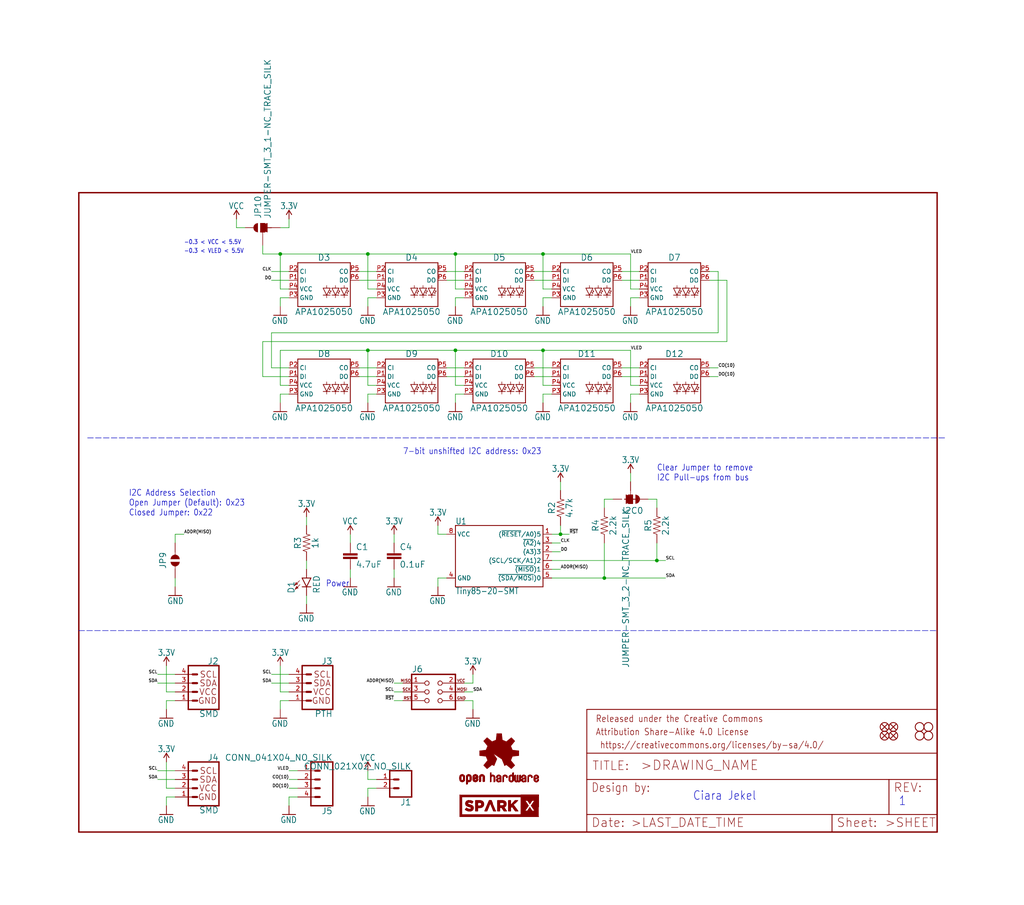
<source format=kicad_sch>
(kicad_sch (version 20211123) (generator eeschema)
  (paper "User" 297.002 262.458)
  (lib_symbols
    (symbol "eagleSchem-eagle-import:0.1UF-0603-25V-(+80{slash}-20%)"
      (property "Reference" "C" (at 1.524 2.921 0))
      (property "Value" "0.1UF-0603-25V-(+80{slash}-20%)" (at 1.524 -2.159 0))
      (symbol "0.1UF-0603-25V-(+80{slash}-20%)_1_0"
        (pin passive line (at 0 5.08 270) (length 2.54) (name "1") (number "1"))
        (pin passive line (at 0 -2.54 90) (length 2.54) (name "2") (number "2"))
      )
    )
    (symbol "eagleSchem-eagle-import:1KOHM-0603-1{slash}10W-1%"
      (property "Reference" "R" (at 0 1.524 0))
      (property "Value" "1KOHM-0603-1{slash}10W-1%" (at 0 -1.524 0))
      (symbol "1KOHM-0603-1{slash}10W-1%_1_0"
        (pin passive line (at -5.08 0 0) (length 2.54) (name "1") (number "1"))
        (pin passive line (at 5.08 0 180) (length 2.54) (name "2") (number "2"))
      )
    )
    (symbol "eagleSchem-eagle-import:2.2KOHM-0603-1{slash}10W-1%"
      (property "Reference" "R" (at 0 1.524 0))
      (property "Value" "2.2KOHM-0603-1{slash}10W-1%" (at 0 -1.524 0))
      (symbol "2.2KOHM-0603-1{slash}10W-1%_1_0"
        (pin passive line (at -5.08 0 0) (length 2.54) (name "1") (number "1"))
        (pin passive line (at 5.08 0 180) (length 2.54) (name "2") (number "2"))
      )
    )
    (symbol "eagleSchem-eagle-import:3.3V" (power)
      (property "Value" "3.3V" (at 0 2.794 0))
      (symbol "3.3V_1_0"
        (pin power_in line (at 0 0 90) (length 2.54) (name "3.3V") (number "1"))
      )
    )
    (symbol "eagleSchem-eagle-import:4.7KOHM-0603-1{slash}10W-1%"
      (property "Reference" "R" (at 0 1.524 0))
      (property "Value" "4.7KOHM-0603-1{slash}10W-1%" (at 0 -1.524 0))
      (symbol "4.7KOHM-0603-1{slash}10W-1%_1_0"
        (pin passive line (at -5.08 0 0) (length 2.54) (name "1") (number "1"))
        (pin passive line (at 5.08 0 180) (length 2.54) (name "2") (number "2"))
      )
    )
    (symbol "eagleSchem-eagle-import:4.7UF-0603-6.3V-(10%)"
      (property "Reference" "C" (at 1.524 2.921 0))
      (property "Value" "4.7UF-0603-6.3V-(10%)" (at 1.524 -2.159 0))
      (symbol "4.7UF-0603-6.3V-(10%)_1_0"
        (pin passive line (at 0 5.08 270) (length 2.54) (name "1") (number "1"))
        (pin passive line (at 0 -2.54 90) (length 2.54) (name "2") (number "2"))
      )
    )
    (symbol "eagleSchem-eagle-import:APA1025050"
      (property "Reference" "D" (at 0 5.588 0))
      (property "Value" "APA1025050" (at 0 -10.16 0))
      (symbol "APA1025050_1_0"
        (pin bidirectional line (at -10.16 0 0) (length 2.54) (name "DI") (number "P1"))
        (pin bidirectional line (at -10.16 2.54 0) (length 2.54) (name "CI") (number "P2"))
        (pin bidirectional line (at -10.16 -5.08 0) (length 2.54) (name "GND") (number "P3"))
        (pin bidirectional line (at -10.16 -2.54 0) (length 2.54) (name "VCC") (number "P4"))
        (pin bidirectional line (at 10.16 2.54 180) (length 2.54) (name "CO") (number "P5"))
        (pin bidirectional line (at 10.16 0 180) (length 2.54) (name "DO") (number "P6"))
      )
    )
    (symbol "eagleSchem-eagle-import:ATTINY85-ARDUINOTINY85-20-SMT"
      (property "Reference" "U" (at -12.7 10.414 0))
      (property "Value" "ATTINY85-ARDUINOTINY85-20-SMT" (at -12.7 -7.874 0))
      (symbol "ATTINY85-ARDUINOTINY85-20-SMT_1_0"
        (pin bidirectional line (at 15.24 7.62 180) (length 2.54) (name "(~{RESET}/A0)5") (number "1"))
        (pin bidirectional line (at 15.24 2.54 180) (length 2.54) (name "(A3)3") (number "2"))
        (pin bidirectional line (at 15.24 5.08 180) (length 2.54) (name "~{(A2})4") (number "3"))
        (pin bidirectional line (at -15.24 -5.08 0) (length 2.54) (name "GND") (number "4"))
        (pin bidirectional line (at 15.24 -5.08 180) (length 2.54) (name "~{(SDA/MOSI})0") (number "5"))
        (pin bidirectional line (at 15.24 -2.54 180) (length 2.54) (name "~{(MISO})1") (number "6"))
        (pin bidirectional line (at 15.24 0 180) (length 2.54) (name "(SCL/SCK/A1)2") (number "7"))
        (pin bidirectional line (at -15.24 7.62 0) (length 2.54) (name "VCC") (number "8"))
      )
    )
    (symbol "eagleSchem-eagle-import:AVR_SPI_PROG_3X2TESTPOINTS"
      (property "Reference" "J" (at -5.08 5.588 0))
      (property "Value" "AVR_SPI_PROG_3X2TESTPOINTS" (at -5.08 -7.366 0))
      (symbol "AVR_SPI_PROG_3X2TESTPOINTS_1_0"
        (text "GND" (at 8.001 -2.286 0) (effects (font (size 0.8128 0.8128)) (justify left bottom)))
        (text "MISO" (at -5.207 2.794 0) (effects (font (size 0.8128 0.8128)) (justify right bottom)))
        (text "MOSI" (at 8.001 0.254 0) (effects (font (size 0.8128 0.8128)) (justify left bottom)))
        (text "RST" (at -5.08 -2.286 0) (effects (font (size 0.8128 0.8128)) (justify right bottom)))
        (text "SCK" (at -5.207 0.254 0) (effects (font (size 0.8128 0.8128)) (justify right bottom)))
        (text "VCC" (at 8.001 2.794 0) (effects (font (size 0.8128 0.8128)) (justify left bottom)))
        (pin passive inverted (at -7.62 2.54 0) (length 7.62) (name "1") (number "1"))
        (pin passive inverted (at 10.16 2.54 180) (length 7.62) (name "2") (number "2"))
        (pin passive inverted (at -7.62 0 0) (length 7.62) (name "3") (number "3"))
        (pin passive inverted (at 10.16 0 180) (length 7.62) (name "4") (number "4"))
        (pin passive inverted (at -7.62 -2.54 0) (length 7.62) (name "5") (number "5"))
        (pin passive inverted (at 10.16 -2.54 180) (length 7.62) (name "6") (number "6"))
      )
    )
    (symbol "eagleSchem-eagle-import:CONN_021X02_NO_SILK"
      (property "Reference" "J" (at -2.54 5.588 0))
      (property "Value" "CONN_021X02_NO_SILK" (at -2.54 -4.826 0))
      (symbol "CONN_021X02_NO_SILK_1_0"
        (pin passive line (at 7.62 0 180) (length 5.08) (name "1") (number "1"))
        (pin passive line (at 7.62 2.54 180) (length 5.08) (name "2") (number "2"))
      )
    )
    (symbol "eagleSchem-eagle-import:CONN_041X04_NO_SILK"
      (property "Reference" "J" (at -5.08 8.128 0))
      (property "Value" "CONN_041X04_NO_SILK" (at -5.08 -7.366 0))
      (symbol "CONN_041X04_NO_SILK_1_0"
        (pin passive line (at 5.08 -2.54 180) (length 5.08) (name "1") (number "1"))
        (pin passive line (at 5.08 0 180) (length 5.08) (name "2") (number "2"))
        (pin passive line (at 5.08 2.54 180) (length 5.08) (name "3") (number "3"))
        (pin passive line (at 5.08 5.08 180) (length 5.08) (name "4") (number "4"))
      )
    )
    (symbol "eagleSchem-eagle-import:FIDUCIALUFIDUCIAL")
    (symbol "eagleSchem-eagle-import:FRAME-LETTER"
      (symbol "FRAME-LETTER_2_0"
        (text " https://creativecommons.org/licenses/by-sa/4.0/" (at 2.54 24.13 0) (effects (font (size 1.9304 1.6408)) (justify left bottom)))
        (text ">DRAWING_NAME" (at 15.494 17.78 0) (effects (font (size 2.7432 2.7432)) (justify left bottom)))
        (text ">LAST_DATE_TIME" (at 12.7 1.27 0) (effects (font (size 2.54 2.54)) (justify left bottom)))
        (text ">SHEET" (at 86.36 1.27 0) (effects (font (size 2.54 2.54)) (justify left bottom)))
        (text "Attribution Share-Alike 4.0 License" (at 2.54 27.94 0) (effects (font (size 1.9304 1.6408)) (justify left bottom)))
        (text "Date:" (at 1.27 1.27 0) (effects (font (size 2.54 2.54)) (justify left bottom)))
        (text "Design by:" (at 1.27 11.43 0) (effects (font (size 2.54 2.159)) (justify left bottom)))
        (text "Released under the Creative Commons" (at 2.54 31.75 0) (effects (font (size 1.9304 1.6408)) (justify left bottom)))
        (text "REV:" (at 88.9 11.43 0) (effects (font (size 2.54 2.54)) (justify left bottom)))
        (text "Sheet:" (at 72.39 1.27 0) (effects (font (size 2.54 2.54)) (justify left bottom)))
        (text "TITLE:" (at 1.524 17.78 0) (effects (font (size 2.54 2.54)) (justify left bottom)))
      )
    )
    (symbol "eagleSchem-eagle-import:GND" (power)
      (property "Value" "GND" (at -2.54 -2.54 0))
      (symbol "GND_1_0"
        (pin power_in line (at 0 2.54 270) (length 2.54) (name "GND") (number "1"))
      )
    )
    (symbol "eagleSchem-eagle-import:I2C_STANDARDJS-1MM"
      (property "Reference" "J" (at -5.08 7.874 0))
      (property "Value" "I2C_STANDARDJS-1MM" (at -5.08 -5.334 0))
      (symbol "I2C_STANDARDJS-1MM_1_0"
        (text "GND" (at -4.572 -2.54 0) (effects (font (size 1.778 1.778)) (justify left)))
        (text "SCL" (at -4.572 5.08 0) (effects (font (size 1.778 1.778)) (justify left)))
        (text "SDA" (at -4.572 2.54 0) (effects (font (size 1.778 1.778)) (justify left)))
        (text "VCC" (at -4.572 0 0) (effects (font (size 1.778 1.778)) (justify left)))
        (pin power_in line (at 7.62 -2.54 180) (length 5.08) (name "GND") (number "1"))
        (pin power_in line (at 7.62 0 180) (length 5.08) (name "VCC") (number "2"))
        (pin passive line (at 7.62 2.54 180) (length 5.08) (name "SDA") (number "3"))
        (pin passive line (at 7.62 5.08 180) (length 5.08) (name "SCL") (number "4"))
      )
    )
    (symbol "eagleSchem-eagle-import:I2C_STANDARD_NO_SILK"
      (property "Reference" "J" (at -5.08 7.874 0))
      (property "Value" "I2C_STANDARD_NO_SILK" (at -5.08 -5.334 0))
      (symbol "I2C_STANDARD_NO_SILK_1_0"
        (text "GND" (at -4.572 -2.54 0) (effects (font (size 1.778 1.778)) (justify left)))
        (text "SCL" (at -4.572 5.08 0) (effects (font (size 1.778 1.778)) (justify left)))
        (text "SDA" (at -4.572 2.54 0) (effects (font (size 1.778 1.778)) (justify left)))
        (text "VCC" (at -4.572 0 0) (effects (font (size 1.778 1.778)) (justify left)))
        (pin power_in line (at 7.62 -2.54 180) (length 5.08) (name "GND") (number "1"))
        (pin power_in line (at 7.62 0 180) (length 5.08) (name "VCC") (number "2"))
        (pin passive line (at 7.62 2.54 180) (length 5.08) (name "SDA") (number "3"))
        (pin passive line (at 7.62 5.08 180) (length 5.08) (name "SCL") (number "4"))
      )
    )
    (symbol "eagleSchem-eagle-import:JUMPER-SMT_2_NO_SILK"
      (property "Reference" "JP" (at -2.54 2.54 0))
      (property "Value" "JUMPER-SMT_2_NO_SILK" (at -2.54 -2.54 0))
      (symbol "JUMPER-SMT_2_NO_SILK_1_0"
        (pin passive line (at -5.08 0 0) (length 2.54) (name "1") (number "1"))
        (pin passive line (at 5.08 0 180) (length 2.54) (name "2") (number "2"))
      )
    )
    (symbol "eagleSchem-eagle-import:JUMPER-SMT_3_1-NC_TRACE_SILK"
      (property "Reference" "JP" (at 2.54 0.381 0))
      (property "Value" "JUMPER-SMT_3_1-NC_TRACE_SILK" (at 2.54 -0.381 0))
      (symbol "JUMPER-SMT_3_1-NC_TRACE_SILK_1_0"
        (pin passive line (at 0 5.08 270) (length 2.54) (name "1") (number "1"))
        (pin passive line (at -5.08 0 0) (length 2.54) (name "2") (number "2"))
        (pin passive line (at 0 -5.08 90) (length 2.54) (name "3") (number "3"))
      )
    )
    (symbol "eagleSchem-eagle-import:JUMPER-SMT_3_2-NC_TRACE_SILK"
      (property "Reference" "JP" (at 2.54 0.381 0))
      (property "Value" "JUMPER-SMT_3_2-NC_TRACE_SILK" (at 2.54 -0.381 0))
      (symbol "JUMPER-SMT_3_2-NC_TRACE_SILK_1_0"
        (pin passive line (at 0 5.08 270) (length 2.54) (name "1") (number "1"))
        (pin passive line (at -5.08 0 0) (length 2.54) (name "2") (number "2"))
        (pin passive line (at 0 -5.08 90) (length 2.54) (name "3") (number "3"))
      )
    )
    (symbol "eagleSchem-eagle-import:LED-RED0603"
      (property "Reference" "D" (at -3.429 -4.572 90))
      (property "Value" "LED-RED0603" (at 1.905 -4.572 90))
      (symbol "LED-RED0603_1_0"
        (pin passive line (at 0 2.54 270) (length 2.54) (name "A") (number "A"))
        (pin passive line (at 0 -5.08 90) (length 2.54) (name "C") (number "C"))
      )
    )
    (symbol "eagleSchem-eagle-import:OSHW-LOGOMINI")
    (symbol "eagleSchem-eagle-import:SPARKX-LOGO4")
    (symbol "eagleSchem-eagle-import:STAND-OFF")
    (symbol "eagleSchem-eagle-import:VCC" (power)
      (property "Value" "VCC" (at 0 2.794 0))
      (symbol "VCC_1_0"
        (pin power_in line (at 0 0 90) (length 2.54) (name "VCC") (number "1"))
      )
    )
  )
  (junction (at 175.26 167.64))
  (junction (at 132.08 101.6))
  (junction (at 81.28 73.66))
  (junction (at 162.56 154.94))
  (junction (at 190.5 162.56))
  (junction (at 157.48 73.66))
  (junction (at 132.08 73.66))
  (junction (at 106.68 101.6))
  (junction (at 157.48 101.6))
  (junction (at 106.68 73.66))
  (wire (pts (xy 134.62 198.12) (xy 137.16 198.12)))
  (wire (pts (xy 137.16 195.58) (xy 137.16 198.12)))
  (wire (pts (xy 50.8 226.06) (xy 45.72 226.06)))
  (wire (pts (xy 134.62 109.22) (xy 129.54 109.22)))
  (wire (pts (xy 162.56 154.94) (xy 160.02 154.94)))
  (wire (pts (xy 129.54 154.94) (xy 127 154.94)))
  (wire (pts (xy 182.88 116.84) (xy 182.88 114.3)))
  (wire (pts (xy 190.5 144.78) (xy 187.96 144.78)))
  (wire (pts (xy 160.02 167.64) (xy 175.26 167.64)))
  (wire (pts (xy 83.82 78.74) (xy 78.74 78.74)))
  (wire (pts (xy 109.22 226.06) (xy 106.68 226.06)))
  (wire (pts (xy 50.8 154.94) (xy 53.34 154.94)))
  (wire (pts (xy 81.28 111.76) (xy 81.28 101.6)))
  (wire (pts (xy 50.8 195.58) (xy 45.72 195.58)))
  (wire (pts (xy 134.62 78.74) (xy 129.54 78.74)))
  (wire (pts (xy 50.8 198.12) (xy 45.72 198.12)))
  (wire (pts (xy 160.02 78.74) (xy 154.94 78.74)))
  (wire (pts (xy 106.68 101.6) (xy 132.08 101.6)))
  (wire (pts (xy 160.02 83.82) (xy 157.48 83.82)))
  (wire (pts (xy 134.62 81.28) (xy 129.54 81.28)))
  (wire (pts (xy 81.28 203.2) (xy 81.28 205.74)))
  (wire (pts (xy 106.68 111.76) (xy 106.68 101.6)))
  (wire (pts (xy 190.5 162.56) (xy 190.5 157.48)))
  (wire (pts (xy 137.16 203.2) (xy 137.16 205.74)))
  (wire (pts (xy 48.26 203.2) (xy 48.26 205.74)))
  (wire (pts (xy 50.8 223.52) (xy 45.72 223.52)))
  (wire (pts (xy 116.84 198.12) (xy 114.3 198.12)))
  (wire (pts (xy 205.74 81.28) (xy 210.82 81.28)))
  (wire (pts (xy 160.02 111.76) (xy 157.48 111.76)))
  (wire (pts (xy 210.82 81.28) (xy 210.82 99.06)))
  (wire (pts (xy 81.28 101.6) (xy 106.68 101.6)))
  (wire (pts (xy 185.42 78.74) (xy 180.34 78.74)))
  (wire (pts (xy 83.82 200.66) (xy 81.28 200.66)))
  (wire (pts (xy 50.8 170.18) (xy 50.8 167.64)))
  (wire (pts (xy 83.82 203.2) (xy 81.28 203.2)))
  (wire (pts (xy 88.9 175.26) (xy 88.9 172.72)))
  (wire (pts (xy 106.68 231.14) (xy 106.68 228.6)))
  (wire (pts (xy 81.28 73.66) (xy 106.68 73.66)))
  (wire (pts (xy 157.48 86.36) (xy 160.02 86.36)))
  (wire (pts (xy 160.02 106.68) (xy 154.94 106.68)))
  (wire (pts (xy 185.42 83.82) (xy 182.88 83.82)))
  (wire (pts (xy 116.84 200.66) (xy 114.3 200.66)))
  (wire (pts (xy 157.48 111.76) (xy 157.48 101.6)))
  (wire (pts (xy 157.48 116.84) (xy 157.48 114.3)))
  (wire (pts (xy 127 167.64) (xy 129.54 167.64)))
  (wire (pts (xy 208.28 96.52) (xy 78.74 96.52)))
  (wire (pts (xy 101.6 154.94) (xy 101.6 157.48)))
  (wire (pts (xy 81.28 66.04) (xy 83.82 66.04)))
  (wire (pts (xy 106.68 86.36) (xy 109.22 86.36)))
  (wire (pts (xy 205.74 78.74) (xy 208.28 78.74)))
  (wire (pts (xy 175.26 167.64) (xy 175.26 157.48)))
  (wire (pts (xy 132.08 83.82) (xy 132.08 73.66)))
  (wire (pts (xy 106.68 228.6) (xy 109.22 228.6)))
  (wire (pts (xy 83.82 81.28) (xy 78.74 81.28)))
  (wire (pts (xy 162.56 154.94) (xy 162.56 152.4)))
  (wire (pts (xy 134.62 111.76) (xy 132.08 111.76)))
  (wire (pts (xy 132.08 111.76) (xy 132.08 101.6)))
  (wire (pts (xy 76.2 109.22) (xy 83.82 109.22)))
  (wire (pts (xy 154.94 109.22) (xy 160.02 109.22)))
  (wire (pts (xy 81.28 83.82) (xy 81.28 73.66)))
  (wire (pts (xy 132.08 101.6) (xy 157.48 101.6)))
  (wire (pts (xy 83.82 83.82) (xy 81.28 83.82)))
  (wire (pts (xy 76.2 99.06) (xy 76.2 109.22)))
  (wire (pts (xy 50.8 200.66) (xy 48.26 200.66)))
  (wire (pts (xy 160.02 81.28) (xy 154.94 81.28)))
  (wire (pts (xy 71.12 66.04) (xy 68.58 66.04)))
  (wire (pts (xy 160.02 165.1) (xy 162.56 165.1)))
  (wire (pts (xy 182.88 88.9) (xy 182.88 86.36)))
  (wire (pts (xy 205.74 109.22) (xy 208.28 109.22)))
  (wire (pts (xy 81.28 116.84) (xy 81.28 114.3)))
  (wire (pts (xy 83.82 233.68) (xy 83.82 231.14)))
  (wire (pts (xy 86.36 223.52) (xy 83.82 223.52)))
  (wire (pts (xy 81.28 88.9) (xy 81.28 86.36)))
  (wire (pts (xy 81.28 114.3) (xy 83.82 114.3)))
  (wire (pts (xy 116.84 203.2) (xy 114.3 203.2)))
  (wire (pts (xy 134.62 83.82) (xy 132.08 83.82)))
  (wire (pts (xy 86.36 228.6) (xy 83.82 228.6)))
  (wire (pts (xy 129.54 106.68) (xy 134.62 106.68)))
  (wire (pts (xy 182.88 137.16) (xy 182.88 139.7)))
  (wire (pts (xy 101.6 165.1) (xy 101.6 167.64)))
  (wire (pts (xy 132.08 116.84) (xy 132.08 114.3)))
  (wire (pts (xy 127 170.18) (xy 127 167.64)))
  (wire (pts (xy 165.1 154.94) (xy 162.56 154.94)))
  (wire (pts (xy 109.22 106.68) (xy 104.14 106.68)))
  (wire (pts (xy 132.08 88.9) (xy 132.08 86.36)))
  (wire (pts (xy 160.02 160.02) (xy 162.56 160.02)))
  (wire (pts (xy 180.34 106.68) (xy 185.42 106.68)))
  (wire (pts (xy 109.22 78.74) (xy 104.14 78.74)))
  (wire (pts (xy 157.48 83.82) (xy 157.48 73.66)))
  (wire (pts (xy 106.68 116.84) (xy 106.68 114.3)))
  (wire (pts (xy 109.22 81.28) (xy 104.14 81.28)))
  (wire (pts (xy 190.5 162.56) (xy 193.04 162.56)))
  (wire (pts (xy 86.36 226.06) (xy 83.82 226.06)))
  (wire (pts (xy 182.88 73.66) (xy 157.48 73.66)))
  (wire (pts (xy 50.8 157.48) (xy 50.8 154.94)))
  (wire (pts (xy 83.82 231.14) (xy 86.36 231.14)))
  (wire (pts (xy 83.82 66.04) (xy 83.82 63.5)))
  (wire (pts (xy 83.82 198.12) (xy 78.74 198.12)))
  (wire (pts (xy 88.9 152.4) (xy 88.9 149.86)))
  (wire (pts (xy 190.5 147.32) (xy 190.5 144.78)))
  (wire (pts (xy 48.26 228.6) (xy 48.26 220.98)))
  (wire (pts (xy 50.8 228.6) (xy 48.26 228.6)))
  (wire (pts (xy 182.88 111.76) (xy 182.88 101.6)))
  (wire (pts (xy 134.62 203.2) (xy 137.16 203.2)))
  (wire (pts (xy 132.08 86.36) (xy 134.62 86.36)))
  (wire (pts (xy 185.42 109.22) (xy 180.34 109.22)))
  (wire (pts (xy 83.82 195.58) (xy 78.74 195.58)))
  (wire (pts (xy 205.74 106.68) (xy 208.28 106.68)))
  (polyline (pts (xy 25.4 127) (xy 274.32 127)))
  (wire (pts (xy 106.68 73.66) (xy 132.08 73.66)))
  (wire (pts (xy 175.26 144.78) (xy 177.8 144.78)))
  (wire (pts (xy 76.2 73.66) (xy 76.2 71.12)))
  (wire (pts (xy 48.26 200.66) (xy 48.26 193.04)))
  (wire (pts (xy 114.3 157.48) (xy 114.3 154.94)))
  (wire (pts (xy 81.28 86.36) (xy 83.82 86.36)))
  (wire (pts (xy 175.26 167.64) (xy 193.04 167.64)))
  (wire (pts (xy 182.88 83.82) (xy 182.88 73.66)))
  (wire (pts (xy 68.58 66.04) (xy 68.58 63.5)))
  (wire (pts (xy 157.48 88.9) (xy 157.48 86.36)))
  (wire (pts (xy 157.48 114.3) (xy 160.02 114.3)))
  (wire (pts (xy 109.22 109.22) (xy 104.14 109.22)))
  (wire (pts (xy 210.82 99.06) (xy 76.2 99.06)))
  (wire (pts (xy 160.02 157.48) (xy 162.56 157.48)))
  (wire (pts (xy 162.56 139.7) (xy 162.56 142.24)))
  (wire (pts (xy 83.82 111.76) (xy 81.28 111.76)))
  (wire (pts (xy 182.88 114.3) (xy 185.42 114.3)))
  (wire (pts (xy 134.62 200.66) (xy 137.16 200.66)))
  (polyline (pts (xy 22.86 182.88) (xy 271.78 182.88)))
  (wire (pts (xy 81.28 200.66) (xy 81.28 193.04)))
  (wire (pts (xy 175.26 147.32) (xy 175.26 144.78)))
  (wire (pts (xy 78.74 96.52) (xy 78.74 106.68)))
  (wire (pts (xy 182.88 86.36) (xy 185.42 86.36)))
  (wire (pts (xy 157.48 73.66) (xy 132.08 73.66)))
  (wire (pts (xy 106.68 226.06) (xy 106.68 223.52)))
  (wire (pts (xy 185.42 81.28) (xy 180.34 81.28)))
  (wire (pts (xy 50.8 231.14) (xy 48.26 231.14)))
  (wire (pts (xy 81.28 73.66) (xy 76.2 73.66)))
  (wire (pts (xy 185.42 111.76) (xy 182.88 111.76)))
  (wire (pts (xy 88.9 165.1) (xy 88.9 162.56)))
  (wire (pts (xy 106.68 83.82) (xy 106.68 73.66)))
  (wire (pts (xy 160.02 162.56) (xy 190.5 162.56)))
  (wire (pts (xy 78.74 106.68) (xy 83.82 106.68)))
  (wire (pts (xy 157.48 101.6) (xy 182.88 101.6)))
  (wire (pts (xy 132.08 114.3) (xy 134.62 114.3)))
  (wire (pts (xy 114.3 165.1) (xy 114.3 167.64)))
  (wire (pts (xy 106.68 114.3) (xy 109.22 114.3)))
  (wire (pts (xy 106.68 88.9) (xy 106.68 86.36)))
  (wire (pts (xy 48.26 231.14) (xy 48.26 233.68)))
  (wire (pts (xy 109.22 83.82) (xy 106.68 83.82)))
  (wire (pts (xy 50.8 203.2) (xy 48.26 203.2)))
  (wire (pts (xy 127 152.4) (xy 127 154.94)))
  (wire (pts (xy 208.28 78.74) (xy 208.28 96.52)))
  (wire (pts (xy 109.22 111.76) (xy 106.68 111.76)))
  (text "1" (at 260.604 233.934 180) (effects (font (size 2.54 2.159)) (justify left bottom)))
  (text "Ciara Jekel" (at 200.914 232.41 180) (effects (font (size 2.54 2.159)) (justify left bottom)))
  (text "-0.3 < VCC < 5.5V" (at 53.34 71.12 180) (effects (font (size 1.27 1.0795)) (justify left bottom)))
  (text "Power" (at 94.488 170.434 180) (effects (font (size 1.778 1.5113)) (justify left bottom)))
  (text "I2C Address Selection\nOpen Jumper (Default): 0x23\nClosed Jumper: 0x22" (at 37.338 149.86 180) (effects (font (size 1.778 1.5113)) (justify left bottom)))
  (text "7-bit unshifted I2C address: 0x23" (at 116.84 132.08 180) (effects (font (size 1.778 1.5113)) (justify left bottom)))
  (text "Clear Jumper to remove\nI2C Pull-ups from bus" (at 190.5 139.7 180) (effects (font (size 1.778 1.5113)) (justify left bottom)))
  (text "-0.3 < VLED < 5.5V" (at 53.34 73.66 180) (effects (font (size 1.27 1.0795)) (justify left bottom)))
  (label "SCL" (at 45.72 195.58 180) (effects (font (size 0.889 0.889))))
  (label "SDA" (at 45.72 226.06 180) (effects (font (size 0.889 0.889))))
  (label "VLED" (at 182.88 73.66 0) (effects (font (size 0.889 0.889))))
  (label "DO(10)" (at 208.28 109.22 0) (effects (font (size 0.889 0.889))))
  (label "SDA" (at 45.72 198.12 180) (effects (font (size 0.889 0.889))))
  (label "SCL" (at 114.3 200.66 180) (effects (font (size 0.889 0.889))))
  (label "SCL" (at 45.72 223.52 180) (effects (font (size 0.889 0.889))))
  (label "SDA" (at 137.16 200.66 0) (effects (font (size 0.889 0.889))))
  (label "CO(10)" (at 83.82 226.06 180) (effects (font (size 0.889 0.889))))
  (label "VLED" (at 83.82 223.52 180) (effects (font (size 0.889 0.889))))
  (label "DO" (at 162.56 160.02 0) (effects (font (size 0.889 0.889))))
  (label "DO" (at 78.74 81.28 180) (effects (font (size 0.889 0.889))))
  (label "SCL" (at 78.74 195.58 180) (effects (font (size 0.889 0.889))))
  (label "CLK" (at 162.56 157.48 0) (effects (font (size 0.889 0.889))))
  (label "VLED" (at 182.88 101.6 0) (effects (font (size 0.889 0.889))))
  (label "ADDR(MISO)" (at 53.34 154.94 0) (effects (font (size 0.889 0.889))))
  (label "SDA" (at 193.04 167.64 0) (effects (font (size 0.889 0.889))))
  (label "SDA" (at 78.74 198.12 180) (effects (font (size 0.889 0.889))))
  (label "ADDR(MISO)" (at 114.3 198.12 180) (effects (font (size 0.889 0.889))))
  (label "CLK" (at 78.74 78.74 180) (effects (font (size 0.889 0.889))))
  (label "SCL" (at 193.04 162.56 0) (effects (font (size 0.889 0.889))))
  (label "~{RST}" (at 114.3 203.2 180) (effects (font (size 0.889 0.889))))
  (label "DO(10)" (at 83.82 228.6 180) (effects (font (size 0.889 0.889))))
  (label "~{RST}" (at 165.1 154.94 0) (effects (font (size 0.889 0.889))))
  (label "CO(10)" (at 208.28 106.68 0) (effects (font (size 0.889 0.889))))
  (label "ADDR(MISO)" (at 162.56 165.1 0) (effects (font (size 0.889 0.889))))
  (symbol (lib_id "eagleSchem-eagle-import:CONN_041X04_NO_SILK") (at 91.44 226.06 180) (unit 1)
    (property "Reference" "J5" (at 96.52 234.188 0) (effects (font (size 1.778 1.778)) (justify left bottom)))
    (property "Value" "CONN_041X04_NO_SILK" (at 96.52 218.694 0) (effects (font (size 1.778 1.778)) (justify left bottom)))
    (property "Footprint" "eagleSchem:1X04_NO_SILK" (effects hide))
  )
  (symbol (lib_id "eagleSchem-eagle-import:SPARKX-LOGO4") (at 144.78 233.68 0) (unit 1)
    (property "Reference" "U$2" (effects hide))
    (property "Value" "SPARKX-LOGO4" (effects hide))
    (property "Footprint" "eagleSchem:SPARKX-MEDIUM" (effects hide))
  )
  (symbol (lib_id "eagleSchem-eagle-import:JUMPER-SMT_2_NO_SILK") (at 50.8 162.56 90) (unit 1)
    (property "Reference" "JP9" (at 48.26 165.1 0) (effects (font (size 1.778 1.778)) (justify left bottom)))
    (property "Value" "JUMPER-SMT_2_NO_SILK" (effects hide))
    (property "Footprint" "eagleSchem:SMT-JUMPER_2_NO_SILK" (effects hide))
  )
  (symbol (lib_id "eagleSchem-eagle-import:AVR_SPI_PROG_3X2TESTPOINTS") (at 124.46 200.66 0) (unit 1)
    (property "Reference" "J6" (at 119.38 195.072 0) (effects (font (size 1.778 1.778)) (justify left bottom)))
    (property "Value" "AVR_SPI_PROG_3X2TESTPOINTS" (effects hide))
    (property "Footprint" "eagleSchem:2X3_TEST_POINTS" (effects hide))
  )
  (symbol (lib_id "eagleSchem-eagle-import:GND") (at 182.88 91.44 0) (unit 1)
    (property "Reference" "#GND18" (effects hide))
    (property "Value" "GND" (at 180.34 93.98 0) (effects (font (size 1.778 1.5113)) (justify left bottom)))
    (property "Footprint" "eagleSchem:" (effects hide))
  )
  (symbol (lib_id "eagleSchem-eagle-import:APA1025050") (at 93.98 109.22 0) (unit 1)
    (property "Reference" "D8" (at 93.98 103.632 0) (effects (font (size 1.778 1.778)) (justify bottom)))
    (property "Value" "APA1025050" (at 93.98 119.38 0) (effects (font (size 1.778 1.778)) (justify bottom)))
    (property "Footprint" "eagleSchem:APA102-5050" (effects hide))
  )
  (symbol (lib_id "eagleSchem-eagle-import:2.2KOHM-0603-1{slash}10W-1%") (at 190.5 152.4 90) (unit 1)
    (property "Reference" "R5" (at 188.976 152.4 0) (effects (font (size 1.778 1.778)) (justify bottom)))
    (property "Value" "2.2k" (at 192.024 152.4 0) (effects (font (size 1.778 1.778)) (justify top)))
    (property "Footprint" "eagleSchem:0603" (effects hide))
  )
  (symbol (lib_id "eagleSchem-eagle-import:GND") (at 83.82 236.22 0) (unit 1)
    (property "Reference" "#GND10" (effects hide))
    (property "Value" "GND" (at 81.28 238.76 0) (effects (font (size 1.778 1.5113)) (justify left bottom)))
    (property "Footprint" "eagleSchem:" (effects hide))
  )
  (symbol (lib_id "eagleSchem-eagle-import:APA1025050") (at 195.58 81.28 0) (unit 1)
    (property "Reference" "D7" (at 195.58 75.692 0) (effects (font (size 1.778 1.778)) (justify bottom)))
    (property "Value" "APA1025050" (at 195.58 91.44 0) (effects (font (size 1.778 1.778)) (justify bottom)))
    (property "Footprint" "eagleSchem:APA102-5050" (effects hide))
  )
  (symbol (lib_id "eagleSchem-eagle-import:OSHW-LOGOMINI") (at 144.78 218.44 0) (unit 1)
    (property "Reference" "LOGO1" (effects hide))
    (property "Value" "OSHW-LOGOMINI" (effects hide))
    (property "Footprint" "eagleSchem:OSHW-LOGO-MINI" (effects hide))
  )
  (symbol (lib_id "eagleSchem-eagle-import:FRAME-LETTER") (at 170.18 241.3 0) (unit 2)
    (property "Reference" "FRAME1" (effects hide))
    (property "Value" "FRAME-LETTER" (effects hide))
    (property "Footprint" "eagleSchem:CREATIVE_COMMONS" (effects hide))
  )
  (symbol (lib_id "eagleSchem-eagle-import:2.2KOHM-0603-1{slash}10W-1%") (at 175.26 152.4 90) (unit 1)
    (property "Reference" "R4" (at 173.736 152.4 0) (effects (font (size 1.778 1.778)) (justify bottom)))
    (property "Value" "2.2k" (at 176.784 152.4 0) (effects (font (size 1.778 1.778)) (justify top)))
    (property "Footprint" "eagleSchem:0603" (effects hide))
  )
  (symbol (lib_id "eagleSchem-eagle-import:GND") (at 157.48 91.44 0) (unit 1)
    (property "Reference" "#GND17" (effects hide))
    (property "Value" "GND" (at 154.94 93.98 0) (effects (font (size 1.778 1.5113)) (justify left bottom)))
    (property "Footprint" "eagleSchem:" (effects hide))
  )
  (symbol (lib_id "eagleSchem-eagle-import:3.3V") (at 137.16 195.58 0) (unit 1)
    (property "Reference" "#SUPPLY3" (effects hide))
    (property "Value" "3.3V" (at 137.16 192.786 0) (effects (font (size 1.778 1.5113)) (justify bottom)))
    (property "Footprint" "eagleSchem:" (effects hide))
  )
  (symbol (lib_id "eagleSchem-eagle-import:GND") (at 101.6 170.18 0) (unit 1)
    (property "Reference" "#GND11" (effects hide))
    (property "Value" "GND" (at 99.06 172.72 0) (effects (font (size 1.778 1.5113)) (justify left bottom)))
    (property "Footprint" "eagleSchem:" (effects hide))
  )
  (symbol (lib_id "eagleSchem-eagle-import:APA1025050") (at 93.98 81.28 0) (unit 1)
    (property "Reference" "D3" (at 93.98 75.692 0) (effects (font (size 1.778 1.778)) (justify bottom)))
    (property "Value" "APA1025050" (at 93.98 91.44 0) (effects (font (size 1.778 1.778)) (justify bottom)))
    (property "Footprint" "eagleSchem:APA102-5050" (effects hide))
  )
  (symbol (lib_id "eagleSchem-eagle-import:0.1UF-0603-25V-(+80{slash}-20%)") (at 114.3 162.56 0) (unit 1)
    (property "Reference" "C4" (at 115.824 159.639 0) (effects (font (size 1.778 1.778)) (justify left bottom)))
    (property "Value" "0.1uF" (at 115.824 164.719 0) (effects (font (size 1.778 1.778)) (justify left bottom)))
    (property "Footprint" "eagleSchem:0603" (effects hide))
  )
  (symbol (lib_id "eagleSchem-eagle-import:GND") (at 81.28 119.38 0) (unit 1)
    (property "Reference" "#GND19" (effects hide))
    (property "Value" "GND" (at 78.74 121.92 0) (effects (font (size 1.778 1.5113)) (justify left bottom)))
    (property "Footprint" "eagleSchem:" (effects hide))
  )
  (symbol (lib_id "eagleSchem-eagle-import:STAND-OFF") (at 269.24 213.36 0) (unit 1)
    (property "Reference" "JP4" (effects hide))
    (property "Value" "STAND-OFF" (effects hide))
    (property "Footprint" "eagleSchem:STAND-OFF" (effects hide))
  )
  (symbol (lib_id "eagleSchem-eagle-import:APA1025050") (at 144.78 109.22 0) (unit 1)
    (property "Reference" "D10" (at 144.78 103.632 0) (effects (font (size 1.778 1.778)) (justify bottom)))
    (property "Value" "APA1025050" (at 144.78 119.38 0) (effects (font (size 1.778 1.778)) (justify bottom)))
    (property "Footprint" "eagleSchem:APA102-5050" (effects hide))
  )
  (symbol (lib_id "eagleSchem-eagle-import:I2C_STANDARDJS-1MM") (at 58.42 200.66 0) (mirror y) (unit 1)
    (property "Reference" "J2" (at 63.5 192.786 0) (effects (font (size 1.778 1.778)) (justify left bottom)))
    (property "Value" "SMD" (at 63.5 205.994 0) (effects (font (size 1.778 1.778)) (justify left top)))
    (property "Footprint" "eagleSchem:1X04_1MM_RA" (effects hide))
  )
  (symbol (lib_id "eagleSchem-eagle-import:APA1025050") (at 119.38 109.22 0) (unit 1)
    (property "Reference" "D9" (at 119.38 103.632 0) (effects (font (size 1.778 1.778)) (justify bottom)))
    (property "Value" "APA1025050" (at 119.38 119.38 0) (effects (font (size 1.778 1.778)) (justify bottom)))
    (property "Footprint" "eagleSchem:APA102-5050" (effects hide))
  )
  (symbol (lib_id "eagleSchem-eagle-import:GND") (at 81.28 91.44 0) (unit 1)
    (property "Reference" "#GND14" (effects hide))
    (property "Value" "GND" (at 78.74 93.98 0) (effects (font (size 1.778 1.5113)) (justify left bottom)))
    (property "Footprint" "eagleSchem:" (effects hide))
  )
  (symbol (lib_id "eagleSchem-eagle-import:GND") (at 81.28 208.28 0) (unit 1)
    (property "Reference" "#GND7" (effects hide))
    (property "Value" "GND" (at 78.74 210.82 0) (effects (font (size 1.778 1.5113)) (justify left bottom)))
    (property "Footprint" "eagleSchem:" (effects hide))
  )
  (symbol (lib_id "eagleSchem-eagle-import:JUMPER-SMT_3_2-NC_TRACE_SILK") (at 182.88 144.78 270) (unit 1)
    (property "Reference" "I2C0" (at 180.34 149.098 90) (effects (font (size 1.778 1.778)) (justify left bottom)))
    (property "Value" "JUMPER-SMT_3_2-NC_TRACE_SILK" (at 182.499 147.32 0) (effects (font (size 1.778 1.778)) (justify left top)))
    (property "Footprint" "eagleSchem:SMT-JUMPER_3_2-NC_TRACE_SILK" (effects hide))
  )
  (symbol (lib_id "eagleSchem-eagle-import:VCC") (at 106.68 223.52 0) (unit 1)
    (property "Reference" "#SUPPLY6" (effects hide))
    (property "Value" "VCC" (at 106.68 220.726 0) (effects (font (size 1.778 1.5113)) (justify bottom)))
    (property "Footprint" "eagleSchem:" (effects hide))
  )
  (symbol (lib_id "eagleSchem-eagle-import:GND") (at 137.16 208.28 0) (unit 1)
    (property "Reference" "#GND2" (effects hide))
    (property "Value" "GND" (at 134.62 210.82 0) (effects (font (size 1.778 1.5113)) (justify left bottom)))
    (property "Footprint" "eagleSchem:" (effects hide))
  )
  (symbol (lib_id "eagleSchem-eagle-import:GND") (at 127 172.72 0) (unit 1)
    (property "Reference" "#GND5" (effects hide))
    (property "Value" "GND" (at 124.46 175.26 0) (effects (font (size 1.778 1.5113)) (justify left bottom)))
    (property "Footprint" "eagleSchem:" (effects hide))
  )
  (symbol (lib_id "eagleSchem-eagle-import:APA1025050") (at 195.58 109.22 0) (unit 1)
    (property "Reference" "D12" (at 195.58 103.632 0) (effects (font (size 1.778 1.778)) (justify bottom)))
    (property "Value" "APA1025050" (at 195.58 119.38 0) (effects (font (size 1.778 1.778)) (justify bottom)))
    (property "Footprint" "eagleSchem:APA102-5050" (effects hide))
  )
  (symbol (lib_id "eagleSchem-eagle-import:FRAME-LETTER") (at 22.86 241.3 0) (unit 1)
    (property "Reference" "FRAME1" (effects hide))
    (property "Value" "FRAME-LETTER" (effects hide))
    (property "Footprint" "eagleSchem:CREATIVE_COMMONS" (effects hide))
  )
  (symbol (lib_id "eagleSchem-eagle-import:JUMPER-SMT_3_1-NC_TRACE_SILK") (at 76.2 66.04 90) (unit 1)
    (property "Reference" "JP10" (at 75.819 63.5 0) (effects (font (size 1.778 1.778)) (justify left bottom)))
    (property "Value" "JUMPER-SMT_3_1-NC_TRACE_SILK" (at 76.581 63.5 0) (effects (font (size 1.778 1.778)) (justify left top)))
    (property "Footprint" "eagleSchem:SMT-JUMPER_3_1-NC_TRACE_SILK" (effects hide))
  )
  (symbol (lib_id "eagleSchem-eagle-import:ATTINY85-ARDUINOTINY85-20-SMT") (at 144.78 162.56 0) (unit 1)
    (property "Reference" "U1" (at 132.08 152.146 0) (effects (font (size 1.778 1.5113)) (justify left bottom)))
    (property "Value" "Tiny85-20-SMT" (at 132.08 170.434 0) (effects (font (size 1.778 1.5113)) (justify left top)))
    (property "Footprint" "eagleSchem:SO08-EIAJ_MCU" (effects hide))
  )
  (symbol (lib_id "eagleSchem-eagle-import:LED-RED0603") (at 88.9 167.64 0) (unit 1)
    (property "Reference" "D1" (at 85.471 172.212 90) (effects (font (size 1.778 1.778)) (justify left bottom)))
    (property "Value" "RED" (at 90.805 172.212 90) (effects (font (size 1.778 1.778)) (justify left top)))
    (property "Footprint" "eagleSchem:LED-0603" (effects hide))
  )
  (symbol (lib_id "eagleSchem-eagle-import:3.3V") (at 48.26 193.04 0) (unit 1)
    (property "Reference" "#SUPPLY4" (effects hide))
    (property "Value" "3.3V" (at 48.26 190.246 0) (effects (font (size 1.778 1.5113)) (justify bottom)))
    (property "Footprint" "eagleSchem:" (effects hide))
  )
  (symbol (lib_id "eagleSchem-eagle-import:3.3V") (at 162.56 139.7 0) (unit 1)
    (property "Reference" "#SUPPLY9" (effects hide))
    (property "Value" "3.3V" (at 162.56 136.906 0) (effects (font (size 1.778 1.5113)) (justify bottom)))
    (property "Footprint" "eagleSchem:" (effects hide))
  )
  (symbol (lib_id "eagleSchem-eagle-import:GND") (at 106.68 233.68 0) (unit 1)
    (property "Reference" "#GND1" (effects hide))
    (property "Value" "GND" (at 104.14 236.22 0) (effects (font (size 1.778 1.5113)) (justify left bottom)))
    (property "Footprint" "eagleSchem:" (effects hide))
  )
  (symbol (lib_id "eagleSchem-eagle-import:3.3V") (at 88.9 149.86 0) (unit 1)
    (property "Reference" "#SUPPLY10" (effects hide))
    (property "Value" "3.3V" (at 88.9 147.066 0) (effects (font (size 1.778 1.5113)) (justify bottom)))
    (property "Footprint" "eagleSchem:" (effects hide))
  )
  (symbol (lib_id "eagleSchem-eagle-import:3.3V") (at 114.3 154.94 0) (unit 1)
    (property "Reference" "#SUPPLY5" (effects hide))
    (property "Value" "3.3V" (at 114.3 152.146 0) (effects (font (size 1.778 1.5113)) (justify bottom)))
    (property "Footprint" "eagleSchem:" (effects hide))
  )
  (symbol (lib_id "eagleSchem-eagle-import:FIDUCIALUFIDUCIAL") (at 256.54 210.82 0) (unit 1)
    (property "Reference" "JP2" (effects hide))
    (property "Value" "FIDUCIALUFIDUCIAL" (effects hide))
    (property "Footprint" "eagleSchem:MICRO-FIDUCIAL" (effects hide))
  )
  (symbol (lib_id "eagleSchem-eagle-import:GND") (at 132.08 119.38 0) (unit 1)
    (property "Reference" "#GND21" (effects hide))
    (property "Value" "GND" (at 129.54 121.92 0) (effects (font (size 1.778 1.5113)) (justify left bottom)))
    (property "Footprint" "eagleSchem:" (effects hide))
  )
  (symbol (lib_id "eagleSchem-eagle-import:GND") (at 106.68 119.38 0) (unit 1)
    (property "Reference" "#GND20" (effects hide))
    (property "Value" "GND" (at 104.14 121.92 0) (effects (font (size 1.778 1.5113)) (justify left bottom)))
    (property "Footprint" "eagleSchem:" (effects hide))
  )
  (symbol (lib_id "eagleSchem-eagle-import:FIDUCIALUFIDUCIAL") (at 256.54 213.36 0) (unit 1)
    (property "Reference" "JP5" (effects hide))
    (property "Value" "FIDUCIALUFIDUCIAL" (effects hide))
    (property "Footprint" "eagleSchem:MICRO-FIDUCIAL" (effects hide))
  )
  (symbol (lib_id "eagleSchem-eagle-import:4.7UF-0603-6.3V-(10%)") (at 101.6 162.56 0) (unit 1)
    (property "Reference" "C1" (at 103.124 159.639 0) (effects (font (size 1.778 1.778)) (justify left bottom)))
    (property "Value" "4.7uF" (at 103.124 164.719 0) (effects (font (size 1.778 1.778)) (justify left bottom)))
    (property "Footprint" "eagleSchem:0603" (effects hide))
  )
  (symbol (lib_id "eagleSchem-eagle-import:3.3V") (at 48.26 220.98 0) (unit 1)
    (property "Reference" "#SUPPLY8" (effects hide))
    (property "Value" "3.3V" (at 48.26 218.186 0) (effects (font (size 1.778 1.5113)) (justify bottom)))
    (property "Footprint" "eagleSchem:" (effects hide))
  )
  (symbol (lib_id "eagleSchem-eagle-import:APA1025050") (at 170.18 81.28 0) (unit 1)
    (property "Reference" "D6" (at 170.18 75.692 0) (effects (font (size 1.778 1.778)) (justify bottom)))
    (property "Value" "APA1025050" (at 170.18 91.44 0) (effects (font (size 1.778 1.778)) (justify bottom)))
    (property "Footprint" "eagleSchem:APA102-5050" (effects hide))
  )
  (symbol (lib_id "eagleSchem-eagle-import:4.7KOHM-0603-1{slash}10W-1%") (at 162.56 147.32 90) (unit 1)
    (property "Reference" "R2" (at 161.036 147.32 0) (effects (font (size 1.778 1.778)) (justify bottom)))
    (property "Value" "4.7k" (at 164.084 147.32 0) (effects (font (size 1.778 1.778)) (justify top)))
    (property "Footprint" "eagleSchem:0603" (effects hide))
  )
  (symbol (lib_id "eagleSchem-eagle-import:3.3V") (at 127 152.4 0) (unit 1)
    (property "Reference" "#SUPPLY12" (effects hide))
    (property "Value" "3.3V" (at 127 149.606 0) (effects (font (size 1.778 1.5113)) (justify bottom)))
    (property "Footprint" "eagleSchem:" (effects hide))
  )
  (symbol (lib_id "eagleSchem-eagle-import:3.3V") (at 81.28 193.04 0) (unit 1)
    (property "Reference" "#SUPPLY7" (effects hide))
    (property "Value" "3.3V" (at 81.28 190.246 0) (effects (font (size 1.778 1.5113)) (justify bottom)))
    (property "Footprint" "eagleSchem:" (effects hide))
  )
  (symbol (lib_id "eagleSchem-eagle-import:CONN_021X02_NO_SILK") (at 116.84 226.06 180) (unit 1)
    (property "Reference" "J1" (at 119.38 231.648 0) (effects (font (size 1.778 1.778)) (justify left bottom)))
    (property "Value" "CONN_021X02_NO_SILK" (at 119.38 221.234 0) (effects (font (size 1.778 1.778)) (justify left bottom)))
    (property "Footprint" "eagleSchem:1X02_NO_SILK" (effects hide))
  )
  (symbol (lib_id "eagleSchem-eagle-import:1KOHM-0603-1{slash}10W-1%") (at 88.9 157.48 90) (unit 1)
    (property "Reference" "R3" (at 87.376 157.48 0) (effects (font (size 1.778 1.778)) (justify bottom)))
    (property "Value" "1k" (at 90.424 157.48 0) (effects (font (size 1.778 1.778)) (justify top)))
    (property "Footprint" "eagleSchem:0603" (effects hide))
  )
  (symbol (lib_id "eagleSchem-eagle-import:APA1025050") (at 170.18 109.22 0) (unit 1)
    (property "Reference" "D11" (at 170.18 103.632 0) (effects (font (size 1.778 1.778)) (justify bottom)))
    (property "Value" "APA1025050" (at 170.18 119.38 0) (effects (font (size 1.778 1.778)) (justify bottom)))
    (property "Footprint" "eagleSchem:APA102-5050" (effects hide))
  )
  (symbol (lib_id "eagleSchem-eagle-import:VCC") (at 68.58 63.5 0) (unit 1)
    (property "Reference" "#SUPPLY2" (effects hide))
    (property "Value" "VCC" (at 68.58 60.706 0) (effects (font (size 1.778 1.5113)) (justify bottom)))
    (property "Footprint" "eagleSchem:" (effects hide))
  )
  (symbol (lib_id "eagleSchem-eagle-import:I2C_STANDARD_NO_SILK") (at 91.44 200.66 0) (mirror y) (unit 1)
    (property "Reference" "J3" (at 96.52 192.786 0) (effects (font (size 1.778 1.778)) (justify left bottom)))
    (property "Value" "PTH" (at 96.52 205.994 0) (effects (font (size 1.778 1.778)) (justify left top)))
    (property "Footprint" "eagleSchem:1X04_NO_SILK" (effects hide))
  )
  (symbol (lib_id "eagleSchem-eagle-import:GND") (at 48.26 208.28 0) (unit 1)
    (property "Reference" "#GND6" (effects hide))
    (property "Value" "GND" (at 45.72 210.82 0) (effects (font (size 1.778 1.5113)) (justify left bottom)))
    (property "Footprint" "eagleSchem:" (effects hide))
  )
  (symbol (lib_id "eagleSchem-eagle-import:FIDUCIALUFIDUCIAL") (at 259.08 213.36 0) (unit 1)
    (property "Reference" "JP1" (effects hide))
    (property "Value" "FIDUCIALUFIDUCIAL" (effects hide))
    (property "Footprint" "eagleSchem:MICRO-FIDUCIAL" (effects hide))
  )
  (symbol (lib_id "eagleSchem-eagle-import:I2C_STANDARDJS-1MM") (at 58.42 228.6 0) (mirror y) (unit 1)
    (property "Reference" "J4" (at 63.5 220.726 0) (effects (font (size 1.778 1.778)) (justify left bottom)))
    (property "Value" "SMD" (at 63.5 233.934 0) (effects (font (size 1.778 1.778)) (justify left top)))
    (property "Footprint" "eagleSchem:1X04_1MM_RA" (effects hide))
  )
  (symbol (lib_id "eagleSchem-eagle-import:VCC") (at 101.6 154.94 0) (unit 1)
    (property "Reference" "#SUPPLY11" (effects hide))
    (property "Value" "VCC" (at 101.6 152.146 0) (effects (font (size 1.778 1.5113)) (justify bottom)))
    (property "Footprint" "eagleSchem:" (effects hide))
  )
  (symbol (lib_id "eagleSchem-eagle-import:GND") (at 88.9 177.8 0) (unit 1)
    (property "Reference" "#GND3" (effects hide))
    (property "Value" "GND" (at 86.36 180.34 0) (effects (font (size 1.778 1.5113)) (justify left bottom)))
    (property "Footprint" "eagleSchem:" (effects hide))
  )
  (symbol (lib_id "eagleSchem-eagle-import:STAND-OFF") (at 269.24 210.82 0) (unit 1)
    (property "Reference" "JP3" (effects hide))
    (property "Value" "STAND-OFF" (effects hide))
    (property "Footprint" "eagleSchem:STAND-OFF" (effects hide))
  )
  (symbol (lib_id "eagleSchem-eagle-import:GND") (at 106.68 91.44 0) (unit 1)
    (property "Reference" "#GND15" (effects hide))
    (property "Value" "GND" (at 104.14 93.98 0) (effects (font (size 1.778 1.5113)) (justify left bottom)))
    (property "Footprint" "eagleSchem:" (effects hide))
  )
  (symbol (lib_id "eagleSchem-eagle-import:GND") (at 157.48 119.38 0) (unit 1)
    (property "Reference" "#GND22" (effects hide))
    (property "Value" "GND" (at 154.94 121.92 0) (effects (font (size 1.778 1.5113)) (justify left bottom)))
    (property "Footprint" "eagleSchem:" (effects hide))
  )
  (symbol (lib_id "eagleSchem-eagle-import:APA1025050") (at 144.78 81.28 0) (unit 1)
    (property "Reference" "D5" (at 144.78 75.692 0) (effects (font (size 1.778 1.778)) (justify bottom)))
    (property "Value" "APA1025050" (at 144.78 91.44 0) (effects (font (size 1.778 1.778)) (justify bottom)))
    (property "Footprint" "eagleSchem:APA102-5050" (effects hide))
  )
  (symbol (lib_id "eagleSchem-eagle-import:STAND-OFF") (at 266.7 213.36 0) (unit 1)
    (property "Reference" "JP8" (effects hide))
    (property "Value" "STAND-OFF" (effects hide))
    (property "Footprint" "eagleSchem:STAND-OFF" (effects hide))
  )
  (symbol (lib_id "eagleSchem-eagle-import:GND") (at 48.26 236.22 0) (unit 1)
    (property "Reference" "#GND8" (effects hide))
    (property "Value" "GND" (at 45.72 238.76 0) (effects (font (size 1.778 1.5113)) (justify left bottom)))
    (property "Footprint" "eagleSchem:" (effects hide))
  )
  (symbol (lib_id "eagleSchem-eagle-import:3.3V") (at 83.82 63.5 0) (unit 1)
    (property "Reference" "#SUPPLY18" (effects hide))
    (property "Value" "3.3V" (at 83.82 60.706 0) (effects (font (size 1.778 1.5113)) (justify bottom)))
    (property "Footprint" "eagleSchem:" (effects hide))
  )
  (symbol (lib_id "eagleSchem-eagle-import:FIDUCIALUFIDUCIAL") (at 259.08 210.82 0) (unit 1)
    (property "Reference" "JP6" (effects hide))
    (property "Value" "FIDUCIALUFIDUCIAL" (effects hide))
    (property "Footprint" "eagleSchem:MICRO-FIDUCIAL" (effects hide))
  )
  (symbol (lib_id "eagleSchem-eagle-import:STAND-OFF") (at 266.7 210.82 0) (unit 1)
    (property "Reference" "JP7" (effects hide))
    (property "Value" "STAND-OFF" (effects hide))
    (property "Footprint" "eagleSchem:STAND-OFF" (effects hide))
  )
  (symbol (lib_id "eagleSchem-eagle-import:GND") (at 50.8 172.72 0) (mirror y) (unit 1)
    (property "Reference" "#GND9" (effects hide))
    (property "Value" "GND" (at 53.34 175.26 0) (effects (font (size 1.778 1.5113)) (justify left bottom)))
    (property "Footprint" "eagleSchem:" (effects hide))
  )
  (symbol (lib_id "eagleSchem-eagle-import:3.3V") (at 182.88 137.16 0) (unit 1)
    (property "Reference" "#SUPPLY1" (effects hide))
    (property "Value" "3.3V" (at 182.88 134.366 0) (effects (font (size 1.778 1.5113)) (justify bottom)))
    (property "Footprint" "eagleSchem:" (effects hide))
  )
  (symbol (lib_id "eagleSchem-eagle-import:GND") (at 132.08 91.44 0) (unit 1)
    (property "Reference" "#GND16" (effects hide))
    (property "Value" "GND" (at 129.54 93.98 0) (effects (font (size 1.778 1.5113)) (justify left bottom)))
    (property "Footprint" "eagleSchem:" (effects hide))
  )
  (symbol (lib_id "eagleSchem-eagle-import:SPARKX-LOGO4") (at 144.78 233.68 0) (unit 1)
    (property "Reference" "U$1" (effects hide))
    (property "Value" "SPARKX-LOGO4" (effects hide))
    (property "Footprint" "eagleSchem:SPARKX-MEDIUM" (effects hide))
  )
  (symbol (lib_id "eagleSchem-eagle-import:APA1025050") (at 119.38 81.28 0) (unit 1)
    (property "Reference" "D4" (at 119.38 75.692 0) (effects (font (size 1.778 1.778)) (justify bottom)))
    (property "Value" "APA1025050" (at 119.38 91.44 0) (effects (font (size 1.778 1.778)) (justify bottom)))
    (property "Footprint" "eagleSchem:APA102-5050" (effects hide))
  )
  (symbol (lib_id "eagleSchem-eagle-import:GND") (at 182.88 119.38 0) (unit 1)
    (property "Reference" "#GND23" (effects hide))
    (property "Value" "GND" (at 180.34 121.92 0) (effects (font (size 1.778 1.5113)) (justify left bottom)))
    (property "Footprint" "eagleSchem:" (effects hide))
  )
  (symbol (lib_id "eagleSchem-eagle-import:GND") (at 114.3 170.18 0) (unit 1)
    (property "Reference" "#GND4" (effects hide))
    (property "Value" "GND" (at 111.76 172.72 0) (effects (font (size 1.778 1.5113)) (justify left bottom)))
    (property "Footprint" "eagleSchem:" (effects hide))
  )
)
</source>
